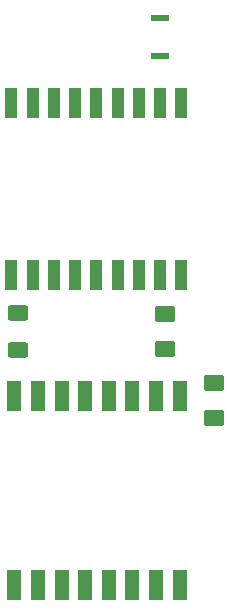
<source format=gbr>
%TF.GenerationSoftware,KiCad,Pcbnew,8.0.3-1.fc40*%
%TF.CreationDate,2024-06-24T14:15:41-04:00*%
%TF.ProjectId,OS42Micro,4f533432-4d69-4637-926f-2e6b69636164,rev?*%
%TF.SameCoordinates,Original*%
%TF.FileFunction,Paste,Top*%
%TF.FilePolarity,Positive*%
%FSLAX46Y46*%
G04 Gerber Fmt 4.6, Leading zero omitted, Abs format (unit mm)*
G04 Created by KiCad (PCBNEW 8.0.3-1.fc40) date 2024-06-24 14:15:41*
%MOMM*%
%LPD*%
G01*
G04 APERTURE LIST*
G04 Aperture macros list*
%AMRoundRect*
0 Rectangle with rounded corners*
0 $1 Rounding radius*
0 $2 $3 $4 $5 $6 $7 $8 $9 X,Y pos of 4 corners*
0 Add a 4 corners polygon primitive as box body*
4,1,4,$2,$3,$4,$5,$6,$7,$8,$9,$2,$3,0*
0 Add four circle primitives for the rounded corners*
1,1,$1+$1,$2,$3*
1,1,$1+$1,$4,$5*
1,1,$1+$1,$6,$7*
1,1,$1+$1,$8,$9*
0 Add four rect primitives between the rounded corners*
20,1,$1+$1,$2,$3,$4,$5,0*
20,1,$1+$1,$4,$5,$6,$7,0*
20,1,$1+$1,$6,$7,$8,$9,0*
20,1,$1+$1,$8,$9,$2,$3,0*%
G04 Aperture macros list end*
%ADD10R,1.200000X2.660000*%
%ADD11RoundRect,0.250001X0.624999X-0.462499X0.624999X0.462499X-0.624999X0.462499X-0.624999X-0.462499X0*%
%ADD12RoundRect,0.250000X-0.625000X0.400000X-0.625000X-0.400000X0.625000X-0.400000X0.625000X0.400000X0*%
%ADD13R,1.600000X0.600000*%
%ADD14RoundRect,0.250001X-0.624999X0.462499X-0.624999X-0.462499X0.624999X-0.462499X0.624999X0.462499X0*%
%ADD15R,1.000000X2.600000*%
G04 APERTURE END LIST*
D10*
%TO.C,U2*%
X151647500Y-128240000D03*
X149647500Y-128240000D03*
X147647500Y-128240000D03*
X145647500Y-128240000D03*
X143647500Y-128240000D03*
X141647500Y-128240000D03*
X139647500Y-128240000D03*
X137647500Y-128240000D03*
X151647500Y-144240000D03*
X149647500Y-144240000D03*
X147647500Y-144240000D03*
X145647500Y-144240000D03*
X143647500Y-144240000D03*
X141647500Y-144240000D03*
X139647500Y-144240000D03*
X137647500Y-144240000D03*
%TD*%
D11*
%TO.C,D2*%
X150400000Y-124287500D03*
X150400000Y-121312500D03*
%TD*%
D12*
%TO.C,R5*%
X138000000Y-121250000D03*
X138000000Y-124350000D03*
%TD*%
D13*
%TO.C,E1*%
X150000000Y-99500000D03*
X150000000Y-96300000D03*
%TD*%
D14*
%TO.C,R3*%
X154550000Y-127162500D03*
X154550000Y-130137500D03*
%TD*%
D15*
%TO.C,U1*%
X137400000Y-118000000D03*
X139200000Y-118000000D03*
X141000000Y-118000000D03*
X142800000Y-118000000D03*
X144600000Y-118000000D03*
X146400000Y-118000000D03*
X148200000Y-118000000D03*
X150000000Y-118000000D03*
X151800000Y-118000000D03*
X151800000Y-103500000D03*
X150000000Y-103500000D03*
X148200000Y-103500000D03*
X146400000Y-103500000D03*
X144600000Y-103500000D03*
X142800000Y-103500000D03*
X141000000Y-103500000D03*
X139200000Y-103500000D03*
X137400000Y-103500000D03*
%TD*%
M02*

</source>
